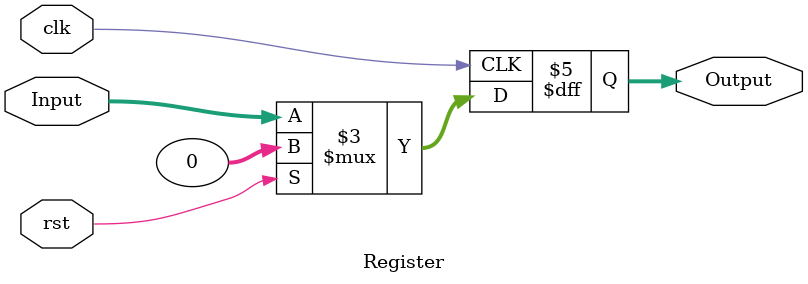
<source format=v>
module Register(clk, rst, Input, Output);
	input [31:0] Input;
	input clk, rst;
	output [31:0] Output;
	reg [31:0] Output;
	//initial begin Output <= 32'b0; end
	always@(posedge clk)begin
		if(rst) 
			Output <= 32'b0;
		else Output <= Input;
	end
endmodule
</source>
